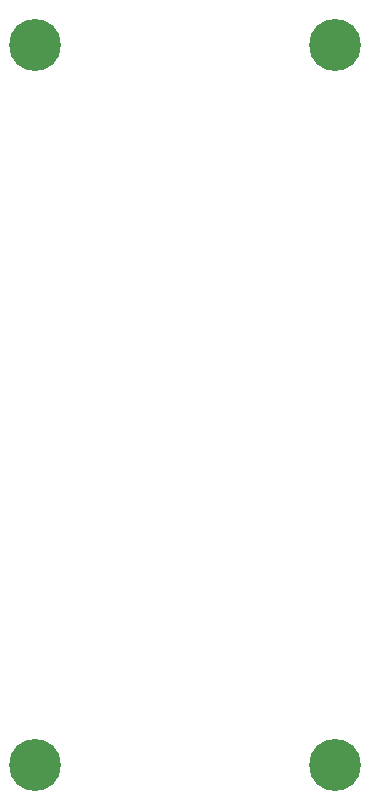
<source format=gbr>
%TF.GenerationSoftware,KiCad,Pcbnew,7.0.7*%
%TF.CreationDate,2023-08-23T10:39:31+10:00*%
%TF.ProjectId,esp32,65737033-322e-46b6-9963-61645f706362,rev?*%
%TF.SameCoordinates,Original*%
%TF.FileFunction,Soldermask,Bot*%
%TF.FilePolarity,Negative*%
%FSLAX46Y46*%
G04 Gerber Fmt 4.6, Leading zero omitted, Abs format (unit mm)*
G04 Created by KiCad (PCBNEW 7.0.7) date 2023-08-23 10:39:31*
%MOMM*%
%LPD*%
G01*
G04 APERTURE LIST*
%ADD10C,4.400000*%
G04 APERTURE END LIST*
D10*
%TO.C,REF\u002A\u002A*%
X63500000Y-99060000D03*
%TD*%
%TO.C,REF\u002A\u002A*%
X63500000Y-38100000D03*
%TD*%
%TO.C,REF\u002A\u002A*%
X38100000Y-38100000D03*
%TD*%
%TO.C,REF\u002A\u002A*%
X38100000Y-99060000D03*
%TD*%
M02*

</source>
